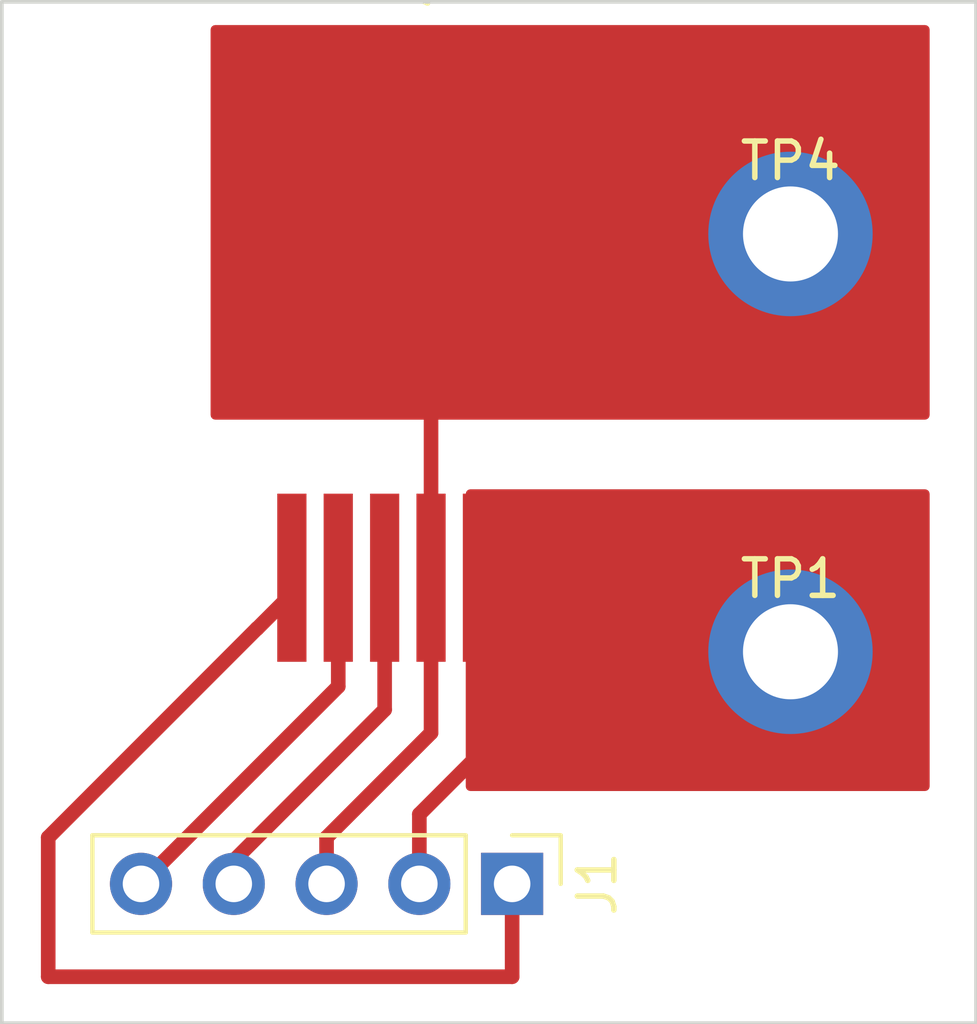
<source format=kicad_pcb>
(kicad_pcb (version 20171130) (host pcbnew "(5.1.4)-1")

  (general
    (thickness 1.6)
    (drawings 4)
    (tracks 18)
    (zones 0)
    (modules 4)
    (nets 6)
  )

  (page A4)
  (layers
    (0 F.Cu signal)
    (31 B.Cu signal hide)
    (32 B.Adhes user hide)
    (33 F.Adhes user hide)
    (34 B.Paste user hide)
    (35 F.Paste user hide)
    (36 B.SilkS user hide)
    (37 F.SilkS user hide)
    (38 B.Mask user hide)
    (39 F.Mask user hide)
    (40 Dwgs.User user hide)
    (41 Cmts.User user hide)
    (42 Eco1.User user hide)
    (43 Eco2.User user hide)
    (44 Edge.Cuts user)
    (45 Margin user hide)
    (46 B.CrtYd user hide)
    (47 F.CrtYd user hide)
    (48 B.Fab user hide)
    (49 F.Fab user hide)
  )

  (setup
    (last_trace_width 0.25)
    (user_trace_width 0.4)
    (trace_clearance 0.2)
    (zone_clearance 0.508)
    (zone_45_only no)
    (trace_min 0.2)
    (via_size 0.8)
    (via_drill 0.4)
    (via_min_size 0.4)
    (via_min_drill 0.3)
    (uvia_size 0.3)
    (uvia_drill 0.1)
    (uvias_allowed no)
    (uvia_min_size 0.2)
    (uvia_min_drill 0.1)
    (edge_width 0.1)
    (segment_width 0.2)
    (pcb_text_width 0.3)
    (pcb_text_size 1.5 1.5)
    (mod_edge_width 0.15)
    (mod_text_size 1 1)
    (mod_text_width 0.15)
    (pad_size 1.524 1.524)
    (pad_drill 0.762)
    (pad_to_mask_clearance 0)
    (aux_axis_origin 0 0)
    (visible_elements 7FFFFFFF)
    (pcbplotparams
      (layerselection 0x01000_ffffffff)
      (usegerberextensions false)
      (usegerberattributes false)
      (usegerberadvancedattributes false)
      (creategerberjobfile false)
      (excludeedgelayer true)
      (linewidth 0.100000)
      (plotframeref false)
      (viasonmask false)
      (mode 1)
      (useauxorigin false)
      (hpglpennumber 1)
      (hpglpenspeed 20)
      (hpglpendiameter 15.000000)
      (psnegative false)
      (psa4output false)
      (plotreference true)
      (plotvalue true)
      (plotinvisibletext false)
      (padsonsilk false)
      (subtractmaskfromsilk false)
      (outputformat 1)
      (mirror false)
      (drillshape 0)
      (scaleselection 1)
      (outputdirectory "Gerber/"))
  )

  (net 0 "")
  (net 1 GND)
  (net 2 OUT)
  (net 3 VS)
  (net 4 IS)
  (net 5 IN)

  (net_class Default "This is the default net class."
    (clearance 0.2)
    (trace_width 0.25)
    (via_dia 0.8)
    (via_drill 0.4)
    (uvia_dia 0.3)
    (uvia_drill 0.1)
    (add_net GND)
    (add_net IN)
    (add_net IS)
    (add_net OUT)
    (add_net VS)
  )

  (module Connector_PinHeader_2.54mm:PinHeader_1x05_P2.54mm_Vertical (layer F.Cu) (tedit 59FED5CC) (tstamp 5DD33C36)
    (at 139.7 107.315 270)
    (descr "Through hole straight pin header, 1x05, 2.54mm pitch, single row")
    (tags "Through hole pin header THT 1x05 2.54mm single row")
    (path /5DD321CC)
    (fp_text reference J1 (at 0 -2.33 90) (layer F.SilkS)
      (effects (font (size 1 1) (thickness 0.15)))
    )
    (fp_text value Conn_01x05_Female (at 0 12.49 90) (layer F.Fab)
      (effects (font (size 1 1) (thickness 0.15)))
    )
    (fp_line (start -0.635 -1.27) (end 1.27 -1.27) (layer F.Fab) (width 0.1))
    (fp_line (start 1.27 -1.27) (end 1.27 11.43) (layer F.Fab) (width 0.1))
    (fp_line (start 1.27 11.43) (end -1.27 11.43) (layer F.Fab) (width 0.1))
    (fp_line (start -1.27 11.43) (end -1.27 -0.635) (layer F.Fab) (width 0.1))
    (fp_line (start -1.27 -0.635) (end -0.635 -1.27) (layer F.Fab) (width 0.1))
    (fp_line (start -1.33 11.49) (end 1.33 11.49) (layer F.SilkS) (width 0.12))
    (fp_line (start -1.33 1.27) (end -1.33 11.49) (layer F.SilkS) (width 0.12))
    (fp_line (start 1.33 1.27) (end 1.33 11.49) (layer F.SilkS) (width 0.12))
    (fp_line (start -1.33 1.27) (end 1.33 1.27) (layer F.SilkS) (width 0.12))
    (fp_line (start -1.33 0) (end -1.33 -1.33) (layer F.SilkS) (width 0.12))
    (fp_line (start -1.33 -1.33) (end 0 -1.33) (layer F.SilkS) (width 0.12))
    (fp_line (start -1.8 -1.8) (end -1.8 11.95) (layer F.CrtYd) (width 0.05))
    (fp_line (start -1.8 11.95) (end 1.8 11.95) (layer F.CrtYd) (width 0.05))
    (fp_line (start 1.8 11.95) (end 1.8 -1.8) (layer F.CrtYd) (width 0.05))
    (fp_line (start 1.8 -1.8) (end -1.8 -1.8) (layer F.CrtYd) (width 0.05))
    (fp_text user %R (at 0 5.08) (layer F.Fab)
      (effects (font (size 1 1) (thickness 0.15)))
    )
    (pad 1 thru_hole rect (at 0 0 270) (size 1.7 1.7) (drill 1) (layers *.Cu *.Mask)
      (net 1 GND))
    (pad 2 thru_hole oval (at 0 2.54 270) (size 1.7 1.7) (drill 1) (layers *.Cu *.Mask)
      (net 2 OUT))
    (pad 3 thru_hole oval (at 0 5.08 270) (size 1.7 1.7) (drill 1) (layers *.Cu *.Mask)
      (net 3 VS))
    (pad 4 thru_hole oval (at 0 7.62 270) (size 1.7 1.7) (drill 1) (layers *.Cu *.Mask)
      (net 4 IS))
    (pad 5 thru_hole oval (at 0 10.16 270) (size 1.7 1.7) (drill 1) (layers *.Cu *.Mask)
      (net 5 IN))
    (model ${KISYS3DMOD}/Connector_PinHeader_2.54mm.3dshapes/PinHeader_1x05_P2.54mm_Vertical.wrl
      (offset (xyz 0 0 -1.5))
      (scale (xyz 1 1 1))
      (rotate (xyz 0 180 0))
    )
  )

  (module AR_Footprints:BTS500xx (layer F.Cu) (tedit 5DD2DE57) (tstamp 5DD33C42)
    (at 137.48 96.64)
    (path /5DD2D764)
    (fp_text reference Q1 (at 0 -13.97) (layer F.SilkS)
      (effects (font (size 1 1) (thickness 0.15)))
    )
    (fp_text value BTS50025-1TAD (at 0 6.35) (layer F.Fab)
      (effects (font (size 1 1) (thickness 0.15)))
    )
    (pad 4 smd rect (at 0 2.3) (size 0.8 4.6) (layers F.Cu F.Paste F.Mask)
      (net 3 VS))
    (pad 5 smd rect (at 1.27 2.3) (size 0.8 4.6) (layers F.Cu F.Paste F.Mask)
      (net 2 OUT))
    (pad 6 smd rect (at 2.54 2.3) (size 0.8 4.6) (layers F.Cu F.Paste F.Mask)
      (net 2 OUT))
    (pad 7 smd rect (at 3.81 2.3) (size 0.8 4.6) (layers F.Cu F.Paste F.Mask)
      (net 2 OUT))
    (pad 3 smd rect (at -1.27 2.3) (size 0.8 4.6) (layers F.Cu F.Paste F.Mask)
      (net 4 IS))
    (pad 2 smd rect (at -2.54 2.3) (size 0.8 4.6) (layers F.Cu F.Paste F.Mask)
      (net 5 IN))
    (pad 1 smd rect (at -3.81 2.3) (size 0.8 4.6) (layers F.Cu F.Paste F.Mask)
      (net 1 GND))
    (pad 8 smd rect (at 0 -6.85) (size 10.8 9.4) (layers F.Cu F.Paste F.Mask)
      (net 3 VS))
  )

  (module AR_Footprints:Supp_THT_Hole (layer F.Cu) (tedit 5DD2E661) (tstamp 5DD33C4A)
    (at 147.32 100.965)
    (descr "THT pad as test Point, diameter 2.0mm, hole diameter 1.0mm")
    (tags "test point THT pad")
    (path /5DD2F80D)
    (attr virtual)
    (fp_text reference TP1 (at 0 -1.998) (layer F.SilkS)
      (effects (font (size 1 1) (thickness 0.15)))
    )
    (fp_text value TestPoint (at 0 2.05) (layer F.Fab)
      (effects (font (size 1 1) (thickness 0.15)))
    )
    (fp_text user %R (at 0 -2) (layer F.Fab)
      (effects (font (size 1 1) (thickness 0.15)))
    )
    (fp_circle (center 0 0) (end 1.5 0) (layer F.CrtYd) (width 0.05))
    (fp_circle (center 0 0) (end 0 1.2) (layer F.SilkS) (width 0.12))
    (pad 1 thru_hole circle (at 0 0) (size 4.5 4.5) (drill 2.6) (layers *.Cu *.Mask)
      (net 2 OUT))
  )

  (module AR_Footprints:Supp_THT_Hole (layer F.Cu) (tedit 5DD2E661) (tstamp 5DD33C52)
    (at 147.32 89.535)
    (descr "THT pad as test Point, diameter 2.0mm, hole diameter 1.0mm")
    (tags "test point THT pad")
    (path /5DD2E3C9)
    (attr virtual)
    (fp_text reference TP4 (at 0 -1.998) (layer F.SilkS)
      (effects (font (size 1 1) (thickness 0.15)))
    )
    (fp_text value TestPoint (at 0 2.05) (layer F.Fab)
      (effects (font (size 1 1) (thickness 0.15)))
    )
    (fp_circle (center 0 0) (end 0 1.2) (layer F.SilkS) (width 0.12))
    (fp_circle (center 0 0) (end 1.5 0) (layer F.CrtYd) (width 0.05))
    (fp_text user %R (at 0 -2) (layer F.Fab)
      (effects (font (size 1 1) (thickness 0.15)))
    )
    (pad 1 thru_hole circle (at 0 0) (size 4.5 4.5) (drill 2.6) (layers *.Cu *.Mask)
      (net 3 VS))
  )

  (gr_line (start 152.4 111.125) (end 152.4 83.185) (layer Edge.Cuts) (width 0.1) (tstamp 5DD34085))
  (gr_line (start 125.73 111.125) (end 152.4 111.125) (layer Edge.Cuts) (width 0.1))
  (gr_line (start 125.73 83.185) (end 125.73 111.125) (layer Edge.Cuts) (width 0.1))
  (gr_line (start 152.4 83.185) (end 125.73 83.185) (layer Edge.Cuts) (width 0.1))

  (segment (start 133.67 99.38) (end 132.72 100.33) (width 0.4) (layer F.Cu) (net 1))
  (segment (start 139.7 109.855) (end 139.7 107.315) (width 0.4) (layer F.Cu) (net 1))
  (segment (start 133.67 98.94) (end 133.67 99.38) (width 0.4) (layer F.Cu) (net 1))
  (segment (start 132.72 100.33) (end 132.715 100.33) (width 0.4) (layer F.Cu) (net 1))
  (segment (start 132.715 100.33) (end 127 106.045) (width 0.4) (layer F.Cu) (net 1))
  (segment (start 127 106.045) (end 127 109.855) (width 0.4) (layer F.Cu) (net 1))
  (segment (start 127 109.855) (end 139.7 109.855) (width 0.4) (layer F.Cu) (net 1))
  (segment (start 137.16 105.41) (end 139.065 103.505) (width 0.4) (layer F.Cu) (net 2))
  (segment (start 137.16 107.315) (end 137.16 105.41) (width 0.4) (layer F.Cu) (net 2))
  (segment (start 137.48 98.94) (end 137.48 103.185) (width 0.4) (layer F.Cu) (net 3))
  (segment (start 134.62 106.045) (end 134.62 107.315) (width 0.4) (layer F.Cu) (net 3))
  (segment (start 137.48 103.185) (end 134.62 106.045) (width 0.4) (layer F.Cu) (net 3))
  (segment (start 137.48 98.94) (end 137.48 89.79) (width 0.4) (layer F.Cu) (net 3))
  (segment (start 132.08 106.68) (end 132.08 107.315) (width 0.4) (layer F.Cu) (net 4))
  (segment (start 136.21 98.94) (end 136.21 102.55) (width 0.4) (layer F.Cu) (net 4))
  (segment (start 136.21 102.55) (end 132.08 106.68) (width 0.4) (layer F.Cu) (net 4))
  (segment (start 134.94 98.94) (end 134.94 101.915) (width 0.4) (layer F.Cu) (net 5))
  (segment (start 134.94 101.915) (end 129.54 107.315) (width 0.4) (layer F.Cu) (net 5))

  (zone (net 2) (net_name OUT) (layer F.Cu) (tstamp 5DD2FDBC) (hatch edge 0.508)
    (connect_pads yes (clearance 0.508))
    (min_thickness 0.254)
    (fill yes (arc_segments 32) (thermal_gap 0.508) (thermal_bridge_width 0.508))
    (polygon
      (pts
        (xy 138.43 96.52) (xy 138.43 104.775) (xy 151.13 104.775) (xy 151.13 96.52)
      )
    )
    (filled_polygon
      (pts
        (xy 151.003 104.648) (xy 138.557 104.648) (xy 138.557 96.647) (xy 151.003 96.647)
      )
    )
  )
  (zone (net 3) (net_name VS) (layer F.Cu) (tstamp 5DD2FDB9) (hatch edge 0.508)
    (connect_pads yes (clearance 0.508))
    (min_thickness 0.254)
    (fill yes (arc_segments 32) (thermal_gap 0.508) (thermal_bridge_width 0.508))
    (polygon
      (pts
        (xy 131.445 83.82) (xy 151.13 83.82) (xy 151.13 94.615) (xy 131.445 94.615)
      )
    )
    (filled_polygon
      (pts
        (xy 151.003 94.488) (xy 131.572 94.488) (xy 131.572 83.947) (xy 151.003 83.947)
      )
    )
  )
)

</source>
